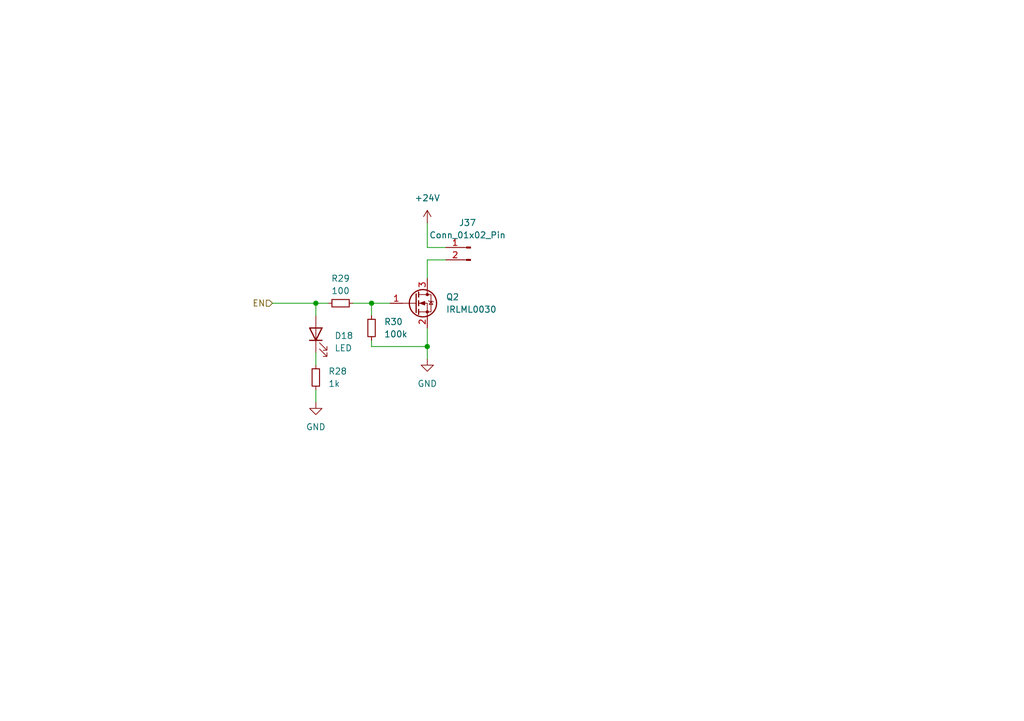
<source format=kicad_sch>
(kicad_sch (version 20231120) (generator "eeschema") (generator_version "8.0")
  (paper "A5")
  (lib_symbols
    (symbol "Connector:Conn_01x02_Pin" (pin_names (offset 1.016) hide)
      (property "Reference" "J" (at 0 2.54 0))
      (property "Value" "Conn_01x02_Pin" (at 0 -5.08 0))
      (symbol "Conn_01x02_Pin_1_1"
        (polyline (pts (xy 1.27 -2.54) (xy 0.8636 -2.54)) (stroke (width 0.1524)))
        (polyline (pts (xy 1.27 0) (xy 0.8636 0)) (stroke (width 0.1524)))
        (rectangle (start 0.8636 -2.413) (end 0 -2.667) (stroke (width 0.1524)) (fill (type outline)))
        (rectangle (start 0.8636 0.127) (end 0 -0.127) (stroke (width 0.1524)) (fill (type outline)))
        (pin passive line (at 5.08 0 180) (length 3.81) (name "Pin_1") (number "1"))
        (pin passive line (at 5.08 -2.54 180) (length 3.81) (name "Pin_2") (number "2"))
      )
    )
    (symbol "Device:LED" (pin_numbers hide) (pin_names (offset 1.016) hide)
      (property "Reference" "D" (at 0 2.54 0))
      (property "Value" "LED" (at 0 -2.54 0))
      (symbol "LED_0_1"
        (polyline (pts (xy -1.27 -1.27) (xy -1.27 1.27)) (stroke (width 0.254)))
        (polyline (pts (xy -1.27 0) (xy 1.27 0)))
        (polyline (pts (xy 1.27 -1.27) (xy 1.27 1.27) (xy -1.27 0) (xy 1.27 -1.27)) (stroke (width 0.254)))
        (polyline (pts (xy -3.048 -0.762) (xy -4.572 -2.286) (xy -3.81 -2.286) (xy -4.572 -2.286) (xy -4.572 -1.524)))
        (polyline (pts (xy -1.778 -0.762) (xy -3.302 -2.286) (xy -2.54 -2.286) (xy -3.302 -2.286) (xy -3.302 -1.524)))
      )
      (symbol "LED_1_1"
        (pin passive line (at -3.81 0 0) (length 2.54) (name "K") (number "1"))
        (pin passive line (at 3.81 0 180) (length 2.54) (name "A") (number "2"))
      )
    )
    (symbol "Device:R_Small" (pin_numbers hide) (pin_names (offset 0.254) hide)
      (property "Reference" "R" (at 0.762 0.508 0))
      (property "Value" "R_Small" (at 0.762 -1.016 0))
      (symbol "R_Small_0_1"
        (rectangle (start -0.762 1.778) (end 0.762 -1.778) (stroke (width 0.2032)))
      )
      (symbol "R_Small_1_1"
        (pin passive line (at 0 2.54 270) (length 0.762) (name "~") (number "1"))
        (pin passive line (at 0 -2.54 90) (length 0.762) (name "~") (number "2"))
      )
    )
    (symbol "Transistor_FET:IRLML0030" (pin_names hide)
      (property "Reference" "Q" (at 5.08 1.905 0))
      (property "Value" "IRLML0030" (at 5.08 0 0))
      (symbol "IRLML0030_0_1"
        (polyline (pts (xy 0.254 0) (xy -2.54 0)))
        (polyline (pts (xy 0.254 1.905) (xy 0.254 -1.905)) (stroke (width 0.254)))
        (polyline (pts (xy 0.762 -1.27) (xy 0.762 -2.286)) (stroke (width 0.254)))
        (polyline (pts (xy 0.762 0.508) (xy 0.762 -0.508)) (stroke (width 0.254)))
        (polyline (pts (xy 0.762 2.286) (xy 0.762 1.27)) (stroke (width 0.254)))
        (polyline (pts (xy 2.54 2.54) (xy 2.54 1.778)))
        (polyline (pts (xy 2.54 -2.54) (xy 2.54 0) (xy 0.762 0)))
        (polyline (pts (xy 0.762 -1.778) (xy 3.302 -1.778) (xy 3.302 1.778) (xy 0.762 1.778)))
        (polyline (pts (xy 1.016 0) (xy 2.032 0.381) (xy 2.032 -0.381) (xy 1.016 0)) (fill (type outline)))
        (polyline (pts (xy 2.794 0.508) (xy 2.921 0.381) (xy 3.683 0.381) (xy 3.81 0.254)))
        (polyline (pts (xy 3.302 0.381) (xy 2.921 -0.254) (xy 3.683 -0.254) (xy 3.302 0.381)))
        (circle (center 1.651 0) (radius 2.794) (stroke (width 0.254)))
        (circle (center 2.54 -1.778) (radius 0.254) (fill (type outline)))
        (circle (center 2.54 1.778) (radius 0.254) (fill (type outline)))
      )
      (symbol "IRLML0030_1_1"
        (pin input line (at -5.08 0 0) (length 2.54) (name "G") (number "1"))
        (pin passive line (at 2.54 -5.08 90) (length 2.54) (name "S") (number "2"))
        (pin passive line (at 2.54 5.08 270) (length 2.54) (name "D") (number "3"))
      )
    )
    (symbol "power:+24V" (power) (pin_numbers hide) (pin_names (offset 0) hide)
      (property "Value" "+24V" (at 0 3.556 0))
      (symbol "+24V_0_1"
        (polyline (pts (xy -0.762 1.27) (xy 0 2.54)))
        (polyline (pts (xy 0 0) (xy 0 2.54)))
        (polyline (pts (xy 0 2.54) (xy 0.762 1.27)))
      )
      (symbol "+24V_1_1"
        (pin power_in line (at 0 0 90) (length 0) (name "~") (number "1"))
      )
    )
    (symbol "power:GND" (power) (pin_numbers hide) (pin_names (offset 0) hide)
      (property "Value" "GND" (at 0 -3.81 0))
      (symbol "GND_0_1"
        (polyline (pts (xy 0 0) (xy 0 -1.27) (xy 1.27 -1.27) (xy 0 -2.54) (xy -1.27 -1.27) (xy 0 -1.27)))
      )
      (symbol "GND_1_1"
        (pin power_in line (at 0 0 270) (length 0) (name "~") (number "1"))
      )
    )
  )
  (junction (at 64.77 62.23))
  (junction (at 87.63 71.12))
  (junction (at 76.2 62.23))
  (wire (pts (xy 87.63 67.31) (xy 87.63 71.12)))
  (wire (pts (xy 87.63 71.12) (xy 87.63 73.66)))
  (wire (pts (xy 64.77 62.23) (xy 67.31 62.23)))
  (wire (pts (xy 64.77 72.39) (xy 64.77 74.93)))
  (wire (pts (xy 64.77 80.01) (xy 64.77 82.55)))
  (wire (pts (xy 76.2 71.12) (xy 87.63 71.12)))
  (wire (pts (xy 76.2 62.23) (xy 76.2 64.77)))
  (wire (pts (xy 55.88 62.23) (xy 64.77 62.23)))
  (wire (pts (xy 64.77 62.23) (xy 64.77 64.77)))
  (wire (pts (xy 76.2 69.85) (xy 76.2 71.12)))
  (wire (pts (xy 87.63 53.34) (xy 87.63 57.15)))
  (wire (pts (xy 87.63 53.34) (xy 91.44 53.34)))
  (wire (pts (xy 87.63 50.8) (xy 87.63 45.72)))
  (wire (pts (xy 72.39 62.23) (xy 76.2 62.23)))
  (wire (pts (xy 91.44 50.8) (xy 87.63 50.8)))
  (wire (pts (xy 76.2 62.23) (xy 80.01 62.23)))
  (hierarchical_label "EN" (shape input) (at 55.88 62.23 180))
  (symbol (lib_id "Device:R_Small") (at 69.85 62.23 90) (unit 1)
    (property "Reference" "R29" (at 69.85 57.15 90))
    (property "Value" "100" (at 69.85 59.69 90))
    (property "Footprint" "Resistor_SMD:R_0603_1608Metric" (effects (hide yes)))
    (property "Description" "Resistor, small symbol" (effects (hide yes)))
    (instances (project "turtleboard" (path "" (reference "R29") (unit 1)) (path "" (reference "R34") (unit 1))))
  )
  (symbol (lib_id "Transistor_FET:IRLML0030") (at 85.09 62.23 0) (unit 1)
    (property "Reference" "Q2" (at 91.44 60.96 0) (effects (justify left)))
    (property "Value" "IRLML0030" (at 91.44 63.5 0) (effects (justify left)))
    (property "Footprint" "Package_TO_SOT_SMD:SOT-23" (effects (hide yes)))
    (property "Datasheet" "https://www.infineon.com/dgdl/irlml0030pbf.pdf?fileId=5546d462533600a401535664773825df" (effects (hide yes)))
    (property "Description" "5.3A Id, 30V Vds, 27mOhm Rds, N-Channel HEXFET Power MOSFET, SOT-23" (effects (hide yes)))
    (instances (project "turtleboard" (path "" (reference "Q2") (unit 1)) (path "" (reference "Q4") (unit 1))))
  )
  (symbol (lib_id "Device:LED") (at 64.77 68.58 90) (unit 1)
    (property "Reference" "D18" (at 68.58 68.8975 90) (effects (justify right)))
    (property "Value" "LED" (at 68.58 71.4375 90) (effects (justify right)))
    (property "Footprint" "LED_SMD:LED_0603_1608Metric" (effects (hide yes)))
    (property "Description" "Light emitting diode" (effects (hide yes)))
    (instances (project "turtleboard" (path "" (reference "D18") (unit 1)) (path "" (reference "D20") (unit 1))))
  )
  (symbol (lib_id "Device:R_Small") (at 76.2 67.31 0) (unit 1)
    (property "Reference" "R30" (at 78.74 66.04 0) (effects (justify left)))
    (property "Value" "100k" (at 78.74 68.58 0) (effects (justify left)))
    (property "Footprint" "Resistor_SMD:R_0603_1608Metric" (effects (hide yes)))
    (property "Description" "Resistor, small symbol" (effects (hide yes)))
    (instances (project "turtleboard" (path "" (reference "R30") (unit 1)) (path "" (reference "R35") (unit 1))))
  )
  (symbol (lib_id "power:+24V") (at 87.63 45.72 0) (unit 1)
    (property "Reference" "#PWR0159" (effects (hide yes)))
    (property "Value" "+24V" (at 87.63 40.64 0))
    (property "Description" "Power symbol creates a global label with name \"+24V\"" (effects (hide yes)))
    (instances (project "" (path "" (reference "#PWR0159") (unit 1)) (path "" (reference "#PWR0165") (unit 1))))
  )
  (symbol (lib_id "power:GND") (at 87.63 73.66 0) (unit 1)
    (property "Reference" "#PWR0160" (effects (hide yes)))
    (property "Value" "GND" (at 87.63 78.74 0))
    (property "Description" "Power symbol creates a global label with name \"GND\" , ground" (effects (hide yes)))
    (instances (project "turtleboard" (path "" (reference "#PWR0160") (unit 1)) (path "" (reference "#PWR0166") (unit 1))))
  )
  (symbol (lib_id "power:GND") (at 64.77 82.55 0) (unit 1)
    (property "Reference" "#PWR0158" (effects (hide yes)))
    (property "Value" "GND" (at 64.77 87.63 0))
    (property "Description" "Power symbol creates a global label with name \"GND\" , ground" (effects (hide yes)))
    (instances (project "turtleboard" (path "" (reference "#PWR0158") (unit 1)) (path "" (reference "#PWR0164") (unit 1))))
  )
  (symbol (lib_id "Connector:Conn_01x02_Pin") (at 96.52 50.8 0) (mirror y) (unit 1)
    (property "Reference" "J37" (at 95.885 45.72 0))
    (property "Value" "Conn_01x02_Pin" (at 95.885 48.26 0))
    (property "Footprint" "Connector_Molex:Molex_Micro-Fit_3.0_43045-0212_2x01_P3.00mm_Vertical" (effects (hide yes)))
    (property "Description" "Generic connector, single row, 01x02, script generated" (effects (hide yes)))
    (instances (project "turtleboard" (path "" (reference "J37") (unit 1)) (path "" (reference "J40") (unit 1))))
  )
  (symbol (lib_id "Device:R_Small") (at 64.77 77.47 180) (unit 1)
    (property "Reference" "R28" (at 67.31 76.2 0) (effects (justify right)))
    (property "Value" "1k" (at 67.31 78.74 0) (effects (justify right)))
    (property "Footprint" "Resistor_SMD:R_0603_1608Metric" (effects (hide yes)))
    (property "Description" "Resistor, small symbol" (effects (hide yes)))
    (instances (project "turtleboard" (path "" (reference "R28") (unit 1)) (path "" (reference "R33") (unit 1))))
  )
)
</source>
